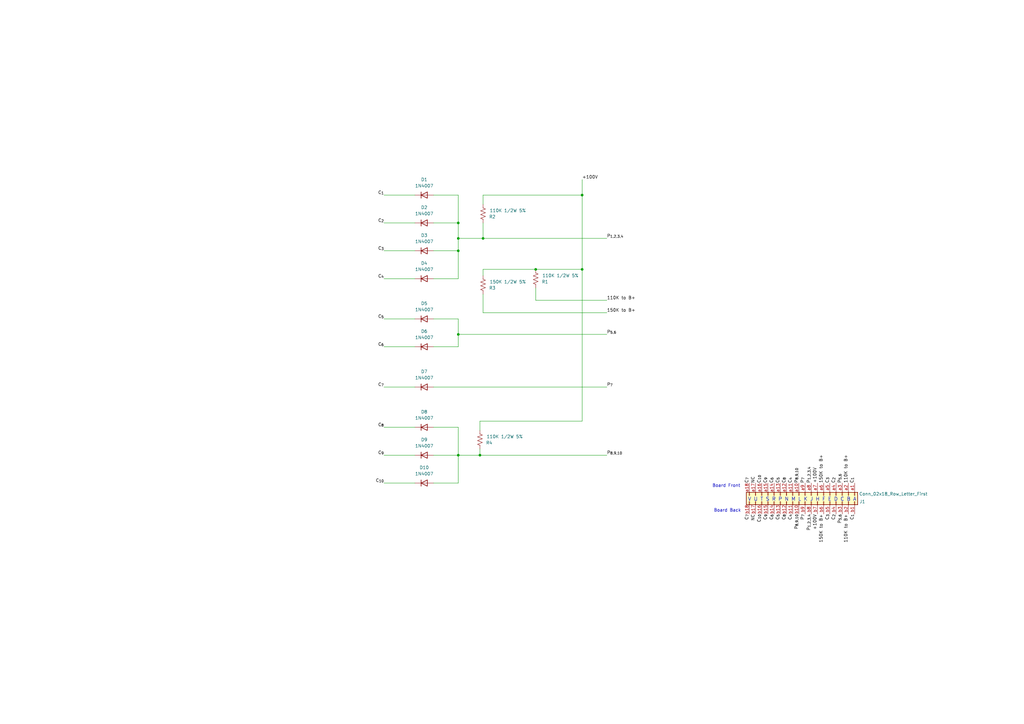
<source format=kicad_sch>
(kicad_sch (version 20211123) (generator eeschema)
  (paper "A3")
  (lib_symbols
    (symbol "Connector_Generic:Conn_02x18_Row_Letter_First" (pin_names (offset 1.016) hide)
      (property "Reference" "J" (at 1.27 22.86 0))
      (property "Value" "Conn_02x18_Row_Letter_First" (at 1.27 -25.4 0))
      (symbol "Conn_02x18_Row_Letter_First_1_1"
        (rectangle (start -1.27 -22.733) (end 0 -22.987) (stroke (width 0.1524)))
        (rectangle (start -1.27 -20.193) (end 0 -20.447) (stroke (width 0.1524)))
        (rectangle (start -1.27 -17.653) (end 0 -17.907) (stroke (width 0.1524)))
        (rectangle (start -1.27 -15.113) (end 0 -15.367) (stroke (width 0.1524)))
        (rectangle (start -1.27 -12.573) (end 0 -12.827) (stroke (width 0.1524)))
        (rectangle (start -1.27 -10.033) (end 0 -10.287) (stroke (width 0.1524)))
        (rectangle (start -1.27 -7.493) (end 0 -7.747) (stroke (width 0.1524)))
        (rectangle (start -1.27 -4.953) (end 0 -5.207) (stroke (width 0.1524)))
        (rectangle (start -1.27 -2.413) (end 0 -2.667) (stroke (width 0.1524)))
        (rectangle (start -1.27 0.127) (end 0 -0.127) (stroke (width 0.1524)))
        (rectangle (start -1.27 2.667) (end 0 2.413) (stroke (width 0.1524)))
        (rectangle (start -1.27 5.207) (end 0 4.953) (stroke (width 0.1524)))
        (rectangle (start -1.27 7.747) (end 0 7.493) (stroke (width 0.1524)))
        (rectangle (start -1.27 10.287) (end 0 10.033) (stroke (width 0.1524)))
        (rectangle (start -1.27 12.827) (end 0 12.573) (stroke (width 0.1524)))
        (rectangle (start -1.27 15.367) (end 0 15.113) (stroke (width 0.1524)))
        (rectangle (start -1.27 17.907) (end 0 17.653) (stroke (width 0.1524)))
        (rectangle (start -1.27 20.447) (end 0 20.193) (stroke (width 0.1524)))
        (rectangle (start -1.27 21.59) (end 3.81 -24.13) (stroke (width 0.254)) (fill (type background)))
        (rectangle (start 3.81 -22.733) (end 2.54 -22.987) (stroke (width 0.1524)))
        (rectangle (start 3.81 -20.193) (end 2.54 -20.447) (stroke (width 0.1524)))
        (rectangle (start 3.81 -17.653) (end 2.54 -17.907) (stroke (width 0.1524)))
        (rectangle (start 3.81 -15.113) (end 2.54 -15.367) (stroke (width 0.1524)))
        (rectangle (start 3.81 -12.573) (end 2.54 -12.827) (stroke (width 0.1524)))
        (rectangle (start 3.81 -10.033) (end 2.54 -10.287) (stroke (width 0.1524)))
        (rectangle (start 3.81 -7.493) (end 2.54 -7.747) (stroke (width 0.1524)))
        (rectangle (start 3.81 -4.953) (end 2.54 -5.207) (stroke (width 0.1524)))
        (rectangle (start 3.81 -2.413) (end 2.54 -2.667) (stroke (width 0.1524)))
        (rectangle (start 3.81 0.127) (end 2.54 -0.127) (stroke (width 0.1524)))
        (rectangle (start 3.81 2.667) (end 2.54 2.413) (stroke (width 0.1524)))
        (rectangle (start 3.81 5.207) (end 2.54 4.953) (stroke (width 0.1524)))
        (rectangle (start 3.81 7.747) (end 2.54 7.493) (stroke (width 0.1524)))
        (rectangle (start 3.81 10.287) (end 2.54 10.033) (stroke (width 0.1524)))
        (rectangle (start 3.81 12.827) (end 2.54 12.573) (stroke (width 0.1524)))
        (rectangle (start 3.81 15.367) (end 2.54 15.113) (stroke (width 0.1524)))
        (rectangle (start 3.81 17.907) (end 2.54 17.653) (stroke (width 0.1524)))
        (rectangle (start 3.81 20.447) (end 2.54 20.193) (stroke (width 0.1524)))
        (pin passive line (at -5.08 20.32 0) (length 3.81) (name "Pin_a1") (number "a1"))
        (pin passive line (at -5.08 -2.54 0) (length 3.81) (name "Pin_a10") (number "a10"))
        (pin passive line (at -5.08 -5.08 0) (length 3.81) (name "Pin_a11") (number "a11"))
        (pin passive line (at -5.08 -7.62 0) (length 3.81) (name "Pin_a12") (number "a12"))
        (pin passive line (at -5.08 -10.16 0) (length 3.81) (name "Pin_a13") (number "a13"))
        (pin passive line (at -5.08 -12.7 0) (length 3.81) (name "Pin_a14") (number "a14"))
        (pin passive line (at -5.08 -15.24 0) (length 3.81) (name "Pin_a15") (number "a15"))
        (pin passive line (at -5.08 -17.78 0) (length 3.81) (name "Pin_a16") (number "a16"))
        (pin passive line (at -5.08 -20.32 0) (length 3.81) (name "Pin_a17") (number "a17"))
        (pin passive line (at -5.08 -22.86 0) (length 3.81) (name "Pin_a18") (number "a18"))
        (pin passive line (at -5.08 17.78 0) (length 3.81) (name "Pin_a2") (number "a2"))
        (pin passive line (at -5.08 15.24 0) (length 3.81) (name "Pin_a3") (number "a3"))
        (pin passive line (at -5.08 12.7 0) (length 3.81) (name "Pin_a4") (number "a4"))
        (pin passive line (at -5.08 10.16 0) (length 3.81) (name "Pin_a5") (number "a5"))
        (pin passive line (at -5.08 7.62 0) (length 3.81) (name "Pin_a6") (number "a6"))
        (pin passive line (at -5.08 5.08 0) (length 3.81) (name "Pin_a7") (number "a7"))
        (pin passive line (at -5.08 2.54 0) (length 3.81) (name "Pin_a8") (number "a8"))
        (pin passive line (at -5.08 0 0) (length 3.81) (name "Pin_a9") (number "a9"))
        (pin passive line (at 7.62 20.32 180) (length 3.81) (name "Pin_b1") (number "b1"))
        (pin passive line (at 7.62 -2.54 180) (length 3.81) (name "Pin_b10") (number "b10"))
        (pin passive line (at 7.62 -5.08 180) (length 3.81) (name "Pin_b11") (number "b11"))
        (pin passive line (at 7.62 -7.62 180) (length 3.81) (name "Pin_b12") (number "b12"))
        (pin passive line (at 7.62 -10.16 180) (length 3.81) (name "Pin_b13") (number "b13"))
        (pin passive line (at 7.62 -12.7 180) (length 3.81) (name "Pin_b14") (number "b14"))
        (pin passive line (at 7.62 -15.24 180) (length 3.81) (name "Pin_b15") (number "b15"))
        (pin passive line (at 7.62 -17.78 180) (length 3.81) (name "Pin_b16") (number "b16"))
        (pin passive line (at 7.62 -20.32 180) (length 3.81) (name "Pin_b17") (number "b17"))
        (pin passive line (at 7.62 -22.86 180) (length 3.81) (name "Pin_b18") (number "b18"))
        (pin passive line (at 7.62 17.78 180) (length 3.81) (name "Pin_b2") (number "b2"))
        (pin passive line (at 7.62 15.24 180) (length 3.81) (name "Pin_b3") (number "b3"))
        (pin passive line (at 7.62 12.7 180) (length 3.81) (name "Pin_b4") (number "b4"))
        (pin passive line (at 7.62 10.16 180) (length 3.81) (name "Pin_b5") (number "b5"))
        (pin passive line (at 7.62 7.62 180) (length 3.81) (name "Pin_b6") (number "b6"))
        (pin passive line (at 7.62 5.08 180) (length 3.81) (name "Pin_b7") (number "b7"))
        (pin passive line (at 7.62 2.54 180) (length 3.81) (name "Pin_b8") (number "b8"))
        (pin passive line (at 7.62 0 180) (length 3.81) (name "Pin_b9") (number "b9"))
      )
    )
    (symbol "Device:R_US" (pin_numbers hide) (pin_names (offset 0))
      (property "Reference" "R" (at 2.54 0 90))
      (property "Value" "R_US" (at -2.54 0 90))
      (symbol "R_US_0_1"
        (polyline (pts (xy 0 -2.286) (xy 0 -2.54)))
        (polyline (pts (xy 0 2.286) (xy 0 2.54)))
        (polyline (pts (xy 0 -0.762) (xy 1.016 -1.143) (xy 0 -1.524) (xy -1.016 -1.905) (xy 0 -2.286)))
        (polyline (pts (xy 0 0.762) (xy 1.016 0.381) (xy 0 0) (xy -1.016 -0.381) (xy 0 -0.762)))
        (polyline (pts (xy 0 2.286) (xy 1.016 1.905) (xy 0 1.524) (xy -1.016 1.143) (xy 0 0.762)))
      )
      (symbol "R_US_1_1"
        (pin passive line (at 0 3.81 270) (length 1.27) (name "~") (number "1"))
        (pin passive line (at 0 -3.81 90) (length 1.27) (name "~") (number "2"))
      )
    )
    (symbol "Diode:1N4007" (pin_numbers hide) (pin_names (offset 1.016) hide)
      (property "Reference" "D" (at 0 2.54 0))
      (property "Value" "1N4007" (at 0 -2.54 0))
      (symbol "1N4007_0_1"
        (polyline (pts (xy -1.27 1.27) (xy -1.27 -1.27)) (stroke (width 0.254)))
        (polyline (pts (xy 1.27 0) (xy -1.27 0)))
        (polyline (pts (xy 1.27 1.27) (xy 1.27 -1.27) (xy -1.27 0) (xy 1.27 1.27)) (stroke (width 0.254)))
      )
      (symbol "1N4007_1_1"
        (pin passive line (at -3.81 0 0) (length 2.54) (name "K") (number "1"))
        (pin passive line (at 3.81 0 180) (length 2.54) (name "A") (number "2"))
      )
    )
  )
  (junction (at 187.96 91.44))
  (junction (at 196.85 186.69))
  (junction (at 219.71 110.49))
  (junction (at 198.12 97.79))
  (junction (at 187.96 186.69))
  (junction (at 187.96 137.16))
  (junction (at 187.96 102.87))
  (junction (at 187.96 97.79))
  (junction (at 238.76 110.49))
  (junction (at 238.76 80.01))
  (wire (pts (xy 238.76 110.49) (xy 219.71 110.49)))
  (wire (pts (xy 196.85 172.72) (xy 196.85 176.53)))
  (wire (pts (xy 187.96 198.12) (xy 187.96 186.69)))
  (wire (pts (xy 157.48 114.3) (xy 170.18 114.3)))
  (wire (pts (xy 177.8 198.12) (xy 187.96 198.12)))
  (wire (pts (xy 198.12 83.82) (xy 198.12 80.01)))
  (wire (pts (xy 177.8 186.69) (xy 187.96 186.69)))
  (wire (pts (xy 187.96 137.16) (xy 248.92 137.16)))
  (wire (pts (xy 238.76 172.72) (xy 196.85 172.72)))
  (wire (pts (xy 238.76 73.66) (xy 238.76 80.01)))
  (wire (pts (xy 187.96 186.69) (xy 187.96 175.26)))
  (wire (pts (xy 196.85 186.69) (xy 187.96 186.69)))
  (wire (pts (xy 187.96 97.79) (xy 198.12 97.79)))
  (wire (pts (xy 198.12 110.49) (xy 219.71 110.49)))
  (wire (pts (xy 157.48 91.44) (xy 170.18 91.44)))
  (wire (pts (xy 219.71 118.11) (xy 219.71 123.19)))
  (wire (pts (xy 187.96 102.87) (xy 187.96 97.79)))
  (wire (pts (xy 187.96 91.44) (xy 187.96 80.01)))
  (wire (pts (xy 157.48 175.26) (xy 170.18 175.26)))
  (wire (pts (xy 157.48 102.87) (xy 170.18 102.87)))
  (wire (pts (xy 196.85 184.15) (xy 196.85 186.69)))
  (wire (pts (xy 238.76 80.01) (xy 238.76 110.49)))
  (wire (pts (xy 177.8 102.87) (xy 187.96 102.87)))
  (wire (pts (xy 187.96 142.24) (xy 177.8 142.24)))
  (wire (pts (xy 198.12 113.03) (xy 198.12 110.49)))
  (wire (pts (xy 198.12 80.01) (xy 238.76 80.01)))
  (wire (pts (xy 198.12 97.79) (xy 248.92 97.79)))
  (wire (pts (xy 196.85 186.69) (xy 248.92 186.69)))
  (wire (pts (xy 219.71 123.19) (xy 248.92 123.19)))
  (wire (pts (xy 198.12 97.79) (xy 198.12 91.44)))
  (wire (pts (xy 177.8 91.44) (xy 187.96 91.44)))
  (wire (pts (xy 198.12 128.27) (xy 248.92 128.27)))
  (wire (pts (xy 177.8 130.81) (xy 187.96 130.81)))
  (wire (pts (xy 157.48 198.12) (xy 170.18 198.12)))
  (wire (pts (xy 157.48 80.01) (xy 170.18 80.01)))
  (wire (pts (xy 187.96 130.81) (xy 187.96 137.16)))
  (wire (pts (xy 177.8 114.3) (xy 187.96 114.3)))
  (wire (pts (xy 157.48 158.75) (xy 170.18 158.75)))
  (wire (pts (xy 157.48 130.81) (xy 170.18 130.81)))
  (wire (pts (xy 198.12 120.65) (xy 198.12 128.27)))
  (wire (pts (xy 177.8 158.75) (xy 248.92 158.75)))
  (wire (pts (xy 187.96 97.79) (xy 187.96 91.44)))
  (wire (pts (xy 187.96 175.26) (xy 177.8 175.26)))
  (wire (pts (xy 187.96 80.01) (xy 177.8 80.01)))
  (wire (pts (xy 157.48 142.24) (xy 170.18 142.24)))
  (wire (pts (xy 157.48 186.69) (xy 170.18 186.69)))
  (wire (pts (xy 238.76 110.49) (xy 238.76 172.72)))
  (wire (pts (xy 187.96 137.16) (xy 187.96 142.24)))
  (wire (pts (xy 187.96 114.3) (xy 187.96 102.87)))
  (text "Board Back" (at 292.735 210.185 0) (effects (font (size 1.27 1.27)) (justify left bottom)))
  (text "Board Front" (at 292.1 200.025 0) (effects (font (size 1.27 1.27)) (justify left bottom)))
  (text "V U T S R P N M L K J H F E D C B A" (at 306.705 205.74 0) (effects (font (size 1.48 1.48)) (justify left bottom)))
  (label "P_{7}" (at 248.92 158.75 0))
  (label "P_{5,6}" (at 345.44 198.12 90))
  (label "C_{5}" (at 157.48 130.81 180))
  (label "150K to B+" (at 248.92 128.27 0))
  (label "110K to B+" (at 248.92 123.19 0))
  (label "P_{8,9,10}" (at 327.66 198.12 90))
  (label "P_{5,6}" (at 248.92 137.16 0))
  (label "C_{6}" (at 317.5 210.82 270))
  (label "P_{7}" (at 330.2 198.12 90))
  (label "C_{9}" (at 314.96 198.12 90))
  (label "C_{4}" (at 325.12 198.12 90))
  (label "C_{9}" (at 314.96 210.82 270))
  (label "C_{1}" (at 350.52 210.82 270))
  (label "C_{1}" (at 350.52 198.12 90))
  (label "C_{3}" (at 157.48 102.87 180))
  (label "110K to B+" (at 347.98 198.12 90))
  (label "C_{8}" (at 322.58 198.12 90))
  (label "P_{7}" (at 330.2 210.82 270))
  (label "110K to B+" (at 347.98 210.82 270))
  (label "C_{10}" (at 312.42 198.12 90))
  (label "C_{2}" (at 157.491 91.44 180))
  (label "C_{5}" (at 320.04 210.82 270))
  (label "C_{8}" (at 157.48 175.26 180))
  (label "C_{2}" (at 342.9 210.82 270))
  (label "NC" (at 309.88 210.82 270))
  (label "+100V" (at 238.76 73.66 0))
  (label "C_{7}" (at 307.34 210.82 270))
  (label "C_{10}" (at 157.48 198.12 180))
  (label "P_{8,9,10}" (at 248.92 186.69 0))
  (label "C_{9}" (at 157.48 186.69 180))
  (label "C_{6}" (at 157.48 142.24 180))
  (label "C_{2}" (at 342.9 198.12 90))
  (label "P_{8,9,10}" (at 327.66 210.82 270))
  (label "+100V" (at 335.28 210.82 270))
  (label "C_{5}" (at 320.04 198.12 90))
  (label "150K to B+" (at 337.82 198.12 90))
  (label "C_{4}" (at 325.12 210.82 270))
  (label "C_{7}" (at 157.48 158.75 180))
  (label "C_{1}" (at 157.48 80.01 180))
  (label "NC" (at 309.88 198.12 90))
  (label "C_{7}" (at 307.34 198.12 90))
  (label "P_{1,2,3,4}" (at 248.92 97.79 0))
  (label "C_{3}" (at 340.36 198.12 90))
  (label "P_{5,6}" (at 345.44 210.82 270))
  (label "C_{4}" (at 157.48 114.3 180))
  (label "C_{6}" (at 317.5 198.12 90))
  (label "C_{8}" (at 322.58 210.82 270))
  (label "C_{10}" (at 312.42 210.82 270))
  (label "+100V" (at 335.28 198.12 90))
  (label "P_{1,2,3,4}" (at 332.74 210.82 270))
  (label "150K to B+" (at 337.82 210.82 270))
  (label "P_{1,2,3,4}" (at 332.74 198.12 90))
  (label "C_{3}" (at 340.36 210.82 270))
  (symbol (lib_id "Diode:1N4007") (at 173.99 175.26 0) (unit 1)
    (property "Reference" "D8" (at 173.99 168.91 0))
    (property "Value" "1N4007" (at 173.99 171.45 0))
    (property "Footprint" "Diode_THT:D_DO-35_SOD27_P12.70mm_Horizontal" (effects hide))
    (property "Datasheet" "http://www.vishay.com/docs/88503/1n4001.pdf" (effects hide))
  )
  (symbol (lib_id "Diode:1N4007") (at 173.99 186.69 0) (unit 1)
    (property "Reference" "D9" (at 173.99 180.34 0))
    (property "Value" "1N4007" (at 173.99 182.88 0))
    (property "Footprint" "Diode_THT:D_DO-35_SOD27_P12.70mm_Horizontal" (effects hide))
    (property "Datasheet" "http://www.vishay.com/docs/88503/1n4001.pdf" (effects hide))
  )
  (symbol (lib_id "Connector_Generic:Conn_02x18_Row_Letter_First") (at 330.2 203.2 270) (unit 1)
    (property "Reference" "J1" (at 353.695 205.74 90))
    (property "Value" "Conn_02x18_Row_Letter_First" (at 366.395 202.565 90))
    (property "Footprint" "Bendix_G15:Card_Edge_U_Key" (effects hide))
  )
  (symbol (lib_id "Diode:1N4007") (at 173.99 142.24 0) (unit 1)
    (property "Reference" "D6" (at 173.99 135.89 0))
    (property "Value" "1N4007" (at 173.99 138.43 0))
    (property "Footprint" "Diode_THT:D_DO-35_SOD27_P12.70mm_Horizontal" (effects hide))
    (property "Datasheet" "http://www.vishay.com/docs/88503/1n4001.pdf" (effects hide))
  )
  (symbol (lib_id "Diode:1N4007") (at 173.99 130.81 0) (unit 1)
    (property "Reference" "D5" (at 173.99 124.46 0))
    (property "Value" "1N4007" (at 173.99 127 0))
    (property "Footprint" "Diode_THT:D_DO-35_SOD27_P12.70mm_Horizontal" (effects hide))
    (property "Datasheet" "http://www.vishay.com/docs/88503/1n4001.pdf" (effects hide))
  )
  (symbol (lib_id "Diode:1N4007") (at 173.99 102.87 0) (unit 1)
    (property "Reference" "D3" (at 173.99 96.52 0))
    (property "Value" "1N4007" (at 173.99 99.06 0))
    (property "Footprint" "Diode_THT:D_DO-35_SOD27_P12.70mm_Horizontal" (effects hide))
    (property "Datasheet" "http://www.vishay.com/docs/88503/1n4001.pdf" (effects hide))
  )
  (symbol (lib_id "Diode:1N4007") (at 173.99 114.3 0) (unit 1)
    (property "Reference" "D4" (at 173.99 107.95 0))
    (property "Value" "1N4007" (at 173.99 110.49 0))
    (property "Footprint" "Diode_THT:D_DO-35_SOD27_P12.70mm_Horizontal" (effects hide))
    (property "Datasheet" "http://www.vishay.com/docs/88503/1n4001.pdf" (effects hide))
  )
  (symbol (lib_id "Diode:1N4007") (at 173.99 158.75 0) (unit 1)
    (property "Reference" "D7" (at 173.99 152.4 0))
    (property "Value" "1N4007" (at 173.99 154.94 0))
    (property "Footprint" "Diode_THT:D_DO-35_SOD27_P12.70mm_Horizontal" (effects hide))
    (property "Datasheet" "http://www.vishay.com/docs/88503/1n4001.pdf" (effects hide))
  )
  (symbol (lib_id "Diode:1N4007") (at 173.99 198.12 0) (unit 1)
    (property "Reference" "D10" (at 173.99 191.77 0))
    (property "Value" "1N4007" (at 173.99 194.31 0))
    (property "Footprint" "Diode_THT:D_DO-35_SOD27_P12.70mm_Horizontal" (effects hide))
    (property "Datasheet" "http://www.vishay.com/docs/88503/1n4001.pdf" (effects hide))
  )
  (symbol (lib_id "Diode:1N4007") (at 173.99 91.44 0) (unit 1)
    (property "Reference" "D2" (at 173.99 85.09 0))
    (property "Value" "1N4007" (at 173.99 87.63 0))
    (property "Footprint" "Diode_THT:D_DO-35_SOD27_P12.70mm_Horizontal" (effects hide))
    (property "Datasheet" "http://www.vishay.com/docs/88503/1n4001.pdf" (effects hide))
  )
  (symbol (lib_id "Device:R_US") (at 219.71 114.3 180) (unit 1)
    (property "Reference" "R1" (at 223.52 115.57 0))
    (property "Value" "110K 1/2W 5%" (at 229.87 113.03 0))
    (property "Footprint" "Resistor_THT:R_Axial_DIN0411_L9.9mm_D3.6mm_P15.24mm_Horizontal" (effects hide))
  )
  (symbol (lib_id "Device:R_US") (at 198.12 116.84 180) (unit 1)
    (property "Reference" "R3" (at 201.93 118.11 0))
    (property "Value" "150K 1/2W 5%" (at 208.28 115.57 0))
    (property "Footprint" "Resistor_THT:R_Axial_DIN0411_L9.9mm_D3.6mm_P15.24mm_Horizontal" (effects hide))
  )
  (symbol (lib_id "Diode:1N4007") (at 173.99 80.01 0) (unit 1)
    (property "Reference" "D1" (at 173.99 73.66 0))
    (property "Value" "1N4007" (at 173.99 76.2 0))
    (property "Footprint" "Diode_THT:D_DO-35_SOD27_P12.70mm_Horizontal" (effects hide))
    (property "Datasheet" "http://www.vishay.com/docs/88503/1n4001.pdf" (effects hide))
  )
  (symbol (lib_id "Device:R_US") (at 198.12 87.63 180) (unit 1)
    (property "Reference" "R2" (at 201.93 88.9 0))
    (property "Value" "110K 1/2W 5%" (at 208.28 86.36 0))
    (property "Footprint" "Resistor_THT:R_Axial_DIN0411_L9.9mm_D3.6mm_P15.24mm_Horizontal" (effects hide))
  )
  (symbol (lib_id "Device:R_US") (at 196.85 180.34 180) (unit 1)
    (property "Reference" "R4" (at 200.66 181.61 0))
    (property "Value" "110K 1/2W 5%" (at 207.01 179.07 0))
    (property "Footprint" "Resistor_THT:R_Axial_DIN0411_L9.9mm_D3.6mm_P15.24mm_Horizontal" (effects hide))
  )
)
</source>
